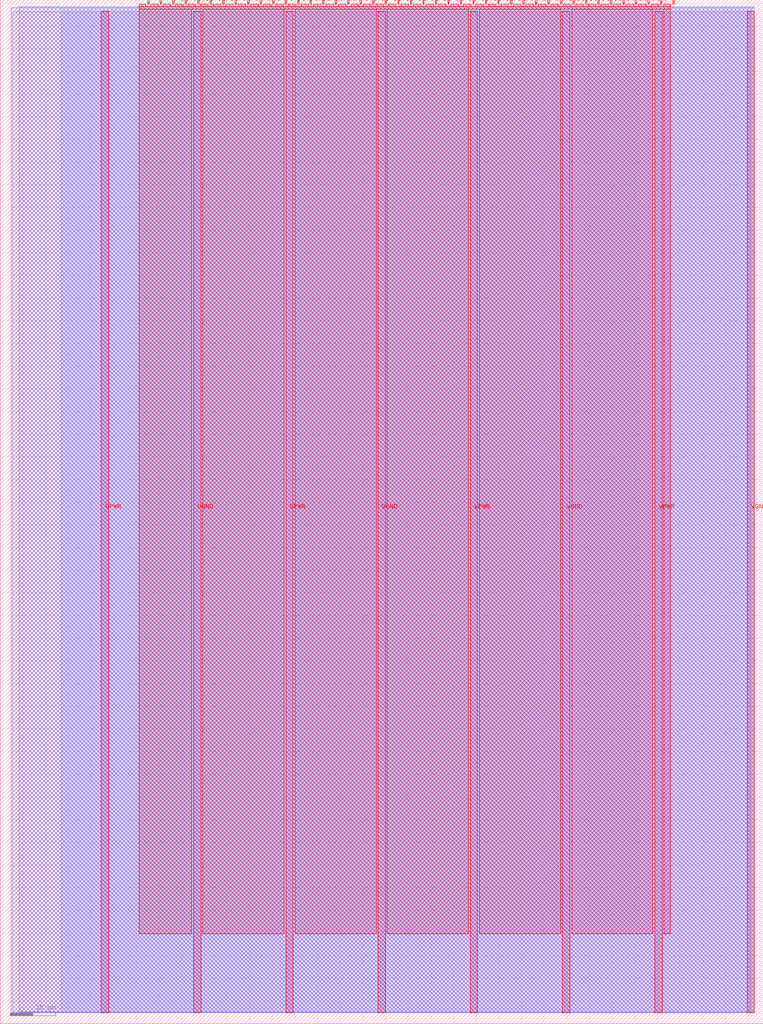
<source format=lef>
VERSION 5.7 ;
  NOWIREEXTENSIONATPIN ON ;
  DIVIDERCHAR "/" ;
  BUSBITCHARS "[]" ;
MACRO tt_um_diferential_ringy_dup
  CLASS BLOCK ;
  FOREIGN tt_um_diferential_ringy_dup ;
  ORIGIN 0.000 0.000 ;
  SIZE 168.360 BY 225.760 ;
  PIN VGND
    DIRECTION INOUT ;
    USE GROUND ;
    PORT
      LAYER met4 ;
        RECT 42.670 2.480 44.270 223.280 ;
    END
    PORT
      LAYER met4 ;
        RECT 83.380 2.480 84.980 223.280 ;
    END
    PORT
      LAYER met4 ;
        RECT 124.090 2.480 125.690 223.280 ;
    END
    PORT
      LAYER met4 ;
        RECT 164.800 2.480 166.400 223.280 ;
    END
  END VGND
  PIN VPWR
    DIRECTION INOUT ;
    USE POWER ;
    PORT
      LAYER met4 ;
        RECT 22.315 2.480 23.915 223.280 ;
    END
    PORT
      LAYER met4 ;
        RECT 63.025 2.480 64.625 223.280 ;
    END
    PORT
      LAYER met4 ;
        RECT 103.735 2.480 105.335 223.280 ;
    END
    PORT
      LAYER met4 ;
        RECT 144.445 2.480 146.045 223.280 ;
    END
  END VPWR
  PIN clk
    DIRECTION INPUT ;
    USE SIGNAL ;
    ANTENNAGATEAREA 0.852000 ;
    PORT
      LAYER met4 ;
        RECT 145.670 224.760 145.970 225.760 ;
    END
  END clk
  PIN ena
    DIRECTION INPUT ;
    USE SIGNAL ;
    PORT
      LAYER met4 ;
        RECT 148.430 224.760 148.730 225.760 ;
    END
  END ena
  PIN rst_n
    DIRECTION INPUT ;
    USE SIGNAL ;
    ANTENNAGATEAREA 0.196500 ;
    PORT
      LAYER met4 ;
        RECT 142.910 224.760 143.210 225.760 ;
    END
  END rst_n
  PIN ui_in[0]
    DIRECTION INPUT ;
    USE SIGNAL ;
    ANTENNAGATEAREA 0.196500 ;
    PORT
      LAYER met4 ;
        RECT 140.150 224.760 140.450 225.760 ;
    END
  END ui_in[0]
  PIN ui_in[1]
    DIRECTION INPUT ;
    USE SIGNAL ;
    ANTENNAGATEAREA 0.213000 ;
    PORT
      LAYER met4 ;
        RECT 137.390 224.760 137.690 225.760 ;
    END
  END ui_in[1]
  PIN ui_in[2]
    DIRECTION INPUT ;
    USE SIGNAL ;
    ANTENNAGATEAREA 0.159000 ;
    PORT
      LAYER met4 ;
        RECT 134.630 224.760 134.930 225.760 ;
    END
  END ui_in[2]
  PIN ui_in[3]
    DIRECTION INPUT ;
    USE SIGNAL ;
    ANTENNAGATEAREA 0.159000 ;
    PORT
      LAYER met4 ;
        RECT 131.870 224.760 132.170 225.760 ;
    END
  END ui_in[3]
  PIN ui_in[4]
    DIRECTION INPUT ;
    USE SIGNAL ;
    ANTENNAGATEAREA 0.159000 ;
    PORT
      LAYER met4 ;
        RECT 129.110 224.760 129.410 225.760 ;
    END
  END ui_in[4]
  PIN ui_in[5]
    DIRECTION INPUT ;
    USE SIGNAL ;
    ANTENNAGATEAREA 0.196500 ;
    PORT
      LAYER met4 ;
        RECT 126.350 224.760 126.650 225.760 ;
    END
  END ui_in[5]
  PIN ui_in[6]
    DIRECTION INPUT ;
    USE SIGNAL ;
    ANTENNAGATEAREA 0.196500 ;
    PORT
      LAYER met4 ;
        RECT 123.590 224.760 123.890 225.760 ;
    END
  END ui_in[6]
  PIN ui_in[7]
    DIRECTION INPUT ;
    USE SIGNAL ;
    PORT
      LAYER met4 ;
        RECT 120.830 224.760 121.130 225.760 ;
    END
  END ui_in[7]
  PIN uio_in[0]
    DIRECTION INPUT ;
    USE SIGNAL ;
    ANTENNAGATEAREA 0.159000 ;
    PORT
      LAYER met4 ;
        RECT 118.070 224.760 118.370 225.760 ;
    END
  END uio_in[0]
  PIN uio_in[1]
    DIRECTION INPUT ;
    USE SIGNAL ;
    ANTENNAGATEAREA 0.159000 ;
    PORT
      LAYER met4 ;
        RECT 115.310 224.760 115.610 225.760 ;
    END
  END uio_in[1]
  PIN uio_in[2]
    DIRECTION INPUT ;
    USE SIGNAL ;
    ANTENNAGATEAREA 0.213000 ;
    PORT
      LAYER met4 ;
        RECT 112.550 224.760 112.850 225.760 ;
    END
  END uio_in[2]
  PIN uio_in[3]
    DIRECTION INPUT ;
    USE SIGNAL ;
    ANTENNAGATEAREA 0.159000 ;
    PORT
      LAYER met4 ;
        RECT 109.790 224.760 110.090 225.760 ;
    END
  END uio_in[3]
  PIN uio_in[4]
    DIRECTION INPUT ;
    USE SIGNAL ;
    ANTENNAGATEAREA 0.213000 ;
    PORT
      LAYER met4 ;
        RECT 107.030 224.760 107.330 225.760 ;
    END
  END uio_in[4]
  PIN uio_in[5]
    DIRECTION INPUT ;
    USE SIGNAL ;
    ANTENNAGATEAREA 0.159000 ;
    PORT
      LAYER met4 ;
        RECT 104.270 224.760 104.570 225.760 ;
    END
  END uio_in[5]
  PIN uio_in[6]
    DIRECTION INPUT ;
    USE SIGNAL ;
    ANTENNAGATEAREA 0.213000 ;
    PORT
      LAYER met4 ;
        RECT 101.510 224.760 101.810 225.760 ;
    END
  END uio_in[6]
  PIN uio_in[7]
    DIRECTION INPUT ;
    USE SIGNAL ;
    ANTENNAGATEAREA 0.213000 ;
    PORT
      LAYER met4 ;
        RECT 98.750 224.760 99.050 225.760 ;
    END
  END uio_in[7]
  PIN uio_oe[0]
    DIRECTION OUTPUT TRISTATE ;
    USE SIGNAL ;
    ANTENNADIFFAREA 0.445500 ;
    PORT
      LAYER met4 ;
        RECT 51.830 224.760 52.130 225.760 ;
    END
  END uio_oe[0]
  PIN uio_oe[1]
    DIRECTION OUTPUT TRISTATE ;
    USE SIGNAL ;
    ANTENNADIFFAREA 0.795200 ;
    PORT
      LAYER met4 ;
        RECT 49.070 224.760 49.370 225.760 ;
    END
  END uio_oe[1]
  PIN uio_oe[2]
    DIRECTION OUTPUT TRISTATE ;
    USE SIGNAL ;
    ANTENNADIFFAREA 0.795200 ;
    PORT
      LAYER met4 ;
        RECT 46.310 224.760 46.610 225.760 ;
    END
  END uio_oe[2]
  PIN uio_oe[3]
    DIRECTION OUTPUT TRISTATE ;
    USE SIGNAL ;
    ANTENNADIFFAREA 0.795200 ;
    PORT
      LAYER met4 ;
        RECT 43.550 224.760 43.850 225.760 ;
    END
  END uio_oe[3]
  PIN uio_oe[4]
    DIRECTION OUTPUT TRISTATE ;
    USE SIGNAL ;
    ANTENNADIFFAREA 0.795200 ;
    PORT
      LAYER met4 ;
        RECT 40.790 224.760 41.090 225.760 ;
    END
  END uio_oe[4]
  PIN uio_oe[5]
    DIRECTION OUTPUT TRISTATE ;
    USE SIGNAL ;
    ANTENNADIFFAREA 0.445500 ;
    PORT
      LAYER met4 ;
        RECT 38.030 224.760 38.330 225.760 ;
    END
  END uio_oe[5]
  PIN uio_oe[6]
    DIRECTION OUTPUT TRISTATE ;
    USE SIGNAL ;
    ANTENNADIFFAREA 0.795200 ;
    PORT
      LAYER met4 ;
        RECT 35.270 224.760 35.570 225.760 ;
    END
  END uio_oe[6]
  PIN uio_oe[7]
    DIRECTION OUTPUT TRISTATE ;
    USE SIGNAL ;
    ANTENNADIFFAREA 0.795200 ;
    PORT
      LAYER met4 ;
        RECT 32.510 224.760 32.810 225.760 ;
    END
  END uio_oe[7]
  PIN uio_out[0]
    DIRECTION OUTPUT TRISTATE ;
    USE SIGNAL ;
    ANTENNADIFFAREA 0.795200 ;
    PORT
      LAYER met4 ;
        RECT 73.910 224.760 74.210 225.760 ;
    END
  END uio_out[0]
  PIN uio_out[1]
    DIRECTION OUTPUT TRISTATE ;
    USE SIGNAL ;
    ANTENNADIFFAREA 0.795200 ;
    PORT
      LAYER met4 ;
        RECT 71.150 224.760 71.450 225.760 ;
    END
  END uio_out[1]
  PIN uio_out[2]
    DIRECTION OUTPUT TRISTATE ;
    USE SIGNAL ;
    ANTENNADIFFAREA 0.795200 ;
    PORT
      LAYER met4 ;
        RECT 68.390 224.760 68.690 225.760 ;
    END
  END uio_out[2]
  PIN uio_out[3]
    DIRECTION OUTPUT TRISTATE ;
    USE SIGNAL ;
    ANTENNADIFFAREA 0.795200 ;
    PORT
      LAYER met4 ;
        RECT 65.630 224.760 65.930 225.760 ;
    END
  END uio_out[3]
  PIN uio_out[4]
    DIRECTION OUTPUT TRISTATE ;
    USE SIGNAL ;
    ANTENNADIFFAREA 0.795200 ;
    PORT
      LAYER met4 ;
        RECT 62.870 224.760 63.170 225.760 ;
    END
  END uio_out[4]
  PIN uio_out[5]
    DIRECTION OUTPUT TRISTATE ;
    USE SIGNAL ;
    ANTENNADIFFAREA 0.795200 ;
    PORT
      LAYER met4 ;
        RECT 60.110 224.760 60.410 225.760 ;
    END
  END uio_out[5]
  PIN uio_out[6]
    DIRECTION OUTPUT TRISTATE ;
    USE SIGNAL ;
    ANTENNADIFFAREA 0.795200 ;
    PORT
      LAYER met4 ;
        RECT 57.350 224.760 57.650 225.760 ;
    END
  END uio_out[6]
  PIN uio_out[7]
    DIRECTION OUTPUT TRISTATE ;
    USE SIGNAL ;
    ANTENNADIFFAREA 0.795200 ;
    PORT
      LAYER met4 ;
        RECT 54.590 224.760 54.890 225.760 ;
    END
  END uio_out[7]
  PIN uo_out[0]
    DIRECTION OUTPUT TRISTATE ;
    USE SIGNAL ;
    ANTENNADIFFAREA 0.795200 ;
    PORT
      LAYER met4 ;
        RECT 95.990 224.760 96.290 225.760 ;
    END
  END uo_out[0]
  PIN uo_out[1]
    DIRECTION OUTPUT TRISTATE ;
    USE SIGNAL ;
    ANTENNADIFFAREA 0.795200 ;
    PORT
      LAYER met4 ;
        RECT 93.230 224.760 93.530 225.760 ;
    END
  END uo_out[1]
  PIN uo_out[2]
    DIRECTION OUTPUT TRISTATE ;
    USE SIGNAL ;
    ANTENNADIFFAREA 0.795200 ;
    PORT
      LAYER met4 ;
        RECT 90.470 224.760 90.770 225.760 ;
    END
  END uo_out[2]
  PIN uo_out[3]
    DIRECTION OUTPUT TRISTATE ;
    USE SIGNAL ;
    ANTENNADIFFAREA 0.795200 ;
    PORT
      LAYER met4 ;
        RECT 87.710 224.760 88.010 225.760 ;
    END
  END uo_out[3]
  PIN uo_out[4]
    DIRECTION OUTPUT TRISTATE ;
    USE SIGNAL ;
    ANTENNADIFFAREA 0.795200 ;
    PORT
      LAYER met4 ;
        RECT 84.950 224.760 85.250 225.760 ;
    END
  END uo_out[4]
  PIN uo_out[5]
    DIRECTION OUTPUT TRISTATE ;
    USE SIGNAL ;
    ANTENNADIFFAREA 0.795200 ;
    PORT
      LAYER met4 ;
        RECT 82.190 224.760 82.490 225.760 ;
    END
  END uo_out[5]
  PIN uo_out[6]
    DIRECTION OUTPUT TRISTATE ;
    USE SIGNAL ;
    ANTENNADIFFAREA 0.795200 ;
    PORT
      LAYER met4 ;
        RECT 79.430 224.760 79.730 225.760 ;
    END
  END uo_out[6]
  PIN uo_out[7]
    DIRECTION OUTPUT TRISTATE ;
    USE SIGNAL ;
    ANTENNADIFFAREA 0.795200 ;
    PORT
      LAYER met4 ;
        RECT 76.670 224.760 76.970 225.760 ;
    END
  END uo_out[7]
  OBS
      LAYER li1 ;
        RECT 2.760 2.635 165.600 223.125 ;
      LAYER met1 ;
        RECT 2.460 2.480 166.400 224.020 ;
      LAYER met2 ;
        RECT 4.240 2.535 166.370 224.245 ;
      LAYER met3 ;
        RECT 13.405 2.555 166.390 224.225 ;
      LAYER met4 ;
        RECT 30.655 224.360 32.110 224.760 ;
        RECT 33.210 224.360 34.870 224.760 ;
        RECT 35.970 224.360 37.630 224.760 ;
        RECT 38.730 224.360 40.390 224.760 ;
        RECT 41.490 224.360 43.150 224.760 ;
        RECT 44.250 224.360 45.910 224.760 ;
        RECT 47.010 224.360 48.670 224.760 ;
        RECT 49.770 224.360 51.430 224.760 ;
        RECT 52.530 224.360 54.190 224.760 ;
        RECT 55.290 224.360 56.950 224.760 ;
        RECT 58.050 224.360 59.710 224.760 ;
        RECT 60.810 224.360 62.470 224.760 ;
        RECT 63.570 224.360 65.230 224.760 ;
        RECT 66.330 224.360 67.990 224.760 ;
        RECT 69.090 224.360 70.750 224.760 ;
        RECT 71.850 224.360 73.510 224.760 ;
        RECT 74.610 224.360 76.270 224.760 ;
        RECT 77.370 224.360 79.030 224.760 ;
        RECT 80.130 224.360 81.790 224.760 ;
        RECT 82.890 224.360 84.550 224.760 ;
        RECT 85.650 224.360 87.310 224.760 ;
        RECT 88.410 224.360 90.070 224.760 ;
        RECT 91.170 224.360 92.830 224.760 ;
        RECT 93.930 224.360 95.590 224.760 ;
        RECT 96.690 224.360 98.350 224.760 ;
        RECT 99.450 224.360 101.110 224.760 ;
        RECT 102.210 224.360 103.870 224.760 ;
        RECT 104.970 224.360 106.630 224.760 ;
        RECT 107.730 224.360 109.390 224.760 ;
        RECT 110.490 224.360 112.150 224.760 ;
        RECT 113.250 224.360 114.910 224.760 ;
        RECT 116.010 224.360 117.670 224.760 ;
        RECT 118.770 224.360 120.430 224.760 ;
        RECT 121.530 224.360 123.190 224.760 ;
        RECT 124.290 224.360 125.950 224.760 ;
        RECT 127.050 224.360 128.710 224.760 ;
        RECT 129.810 224.360 131.470 224.760 ;
        RECT 132.570 224.360 134.230 224.760 ;
        RECT 135.330 224.360 136.990 224.760 ;
        RECT 138.090 224.360 139.750 224.760 ;
        RECT 140.850 224.360 142.510 224.760 ;
        RECT 143.610 224.360 145.270 224.760 ;
        RECT 146.370 224.360 147.825 224.760 ;
        RECT 30.655 223.680 147.825 224.360 ;
        RECT 30.655 19.895 42.270 223.680 ;
        RECT 44.670 19.895 62.625 223.680 ;
        RECT 65.025 19.895 82.980 223.680 ;
        RECT 85.380 19.895 103.335 223.680 ;
        RECT 105.735 19.895 123.690 223.680 ;
        RECT 126.090 19.895 144.045 223.680 ;
        RECT 146.445 19.895 147.825 223.680 ;
  END
END tt_um_diferential_ringy_dup
END LIBRARY


</source>
